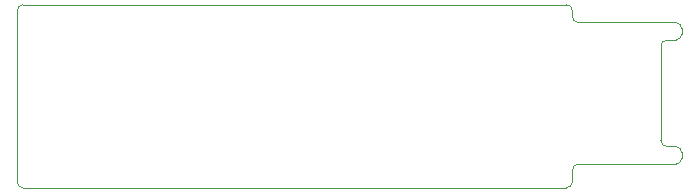
<source format=gbr>
%TF.GenerationSoftware,KiCad,Pcbnew,7.0.2-0*%
%TF.CreationDate,2023-12-30T15:56:12-08:00*%
%TF.ProjectId,uart-friend2-usb,75617274-2d66-4726-9965-6e64322d7573,rev?*%
%TF.SameCoordinates,PX7735940PY6e263e0*%
%TF.FileFunction,Profile,NP*%
%FSLAX46Y46*%
G04 Gerber Fmt 4.6, Leading zero omitted, Abs format (unit mm)*
G04 Created by KiCad (PCBNEW 7.0.2-0) date 2023-12-30 15:56:12*
%MOMM*%
%LPD*%
G01*
G04 APERTURE LIST*
%TA.AperFunction,Profile*%
%ADD10C,0.100000*%
%TD*%
G04 APERTURE END LIST*
D10*
X500000Y15500000D02*
G75*
G03*
X0Y15000000I0J-500000D01*
G01*
X55750000Y14000000D02*
X47500000Y14000000D01*
X55000000Y3500000D02*
X55750000Y3500000D01*
X46500000Y0D02*
X500000Y0D01*
X47000000Y15000000D02*
X47000000Y14500000D01*
X500000Y15500000D02*
X46500000Y15500000D01*
X55750000Y2000000D02*
G75*
G03*
X56250000Y2500000I0J500000D01*
G01*
X0Y500000D02*
X0Y15000000D01*
X55000000Y12500000D02*
G75*
G03*
X54500000Y12000000I0J-500000D01*
G01*
X47000000Y15000000D02*
G75*
G03*
X46500000Y15500000I-500000J0D01*
G01*
X54500000Y12000000D02*
X54500000Y4000000D01*
X47000000Y14500000D02*
G75*
G03*
X47500000Y14000000I500000J0D01*
G01*
X56250000Y3000000D02*
X56250000Y2500000D01*
X54500000Y4000000D02*
G75*
G03*
X55000000Y3500000I500000J0D01*
G01*
X55000000Y12500000D02*
X55750000Y12500000D01*
X55750000Y2000000D02*
X47500000Y2000000D01*
X0Y500000D02*
G75*
G03*
X500000Y0I500000J0D01*
G01*
X56250000Y13500000D02*
G75*
G03*
X55750000Y14000000I-500000J0D01*
G01*
X56250000Y3000000D02*
G75*
G03*
X55750000Y3500000I-500000J0D01*
G01*
X46500000Y0D02*
G75*
G03*
X47000000Y500000I0J500000D01*
G01*
X47500000Y2000000D02*
G75*
G03*
X47000000Y1500000I0J-500000D01*
G01*
X56250000Y13000000D02*
X56250000Y13500000D01*
X47000000Y500000D02*
X47000000Y1500000D01*
X55750000Y12500000D02*
G75*
G03*
X56250000Y13000000I0J500000D01*
G01*
M02*

</source>
